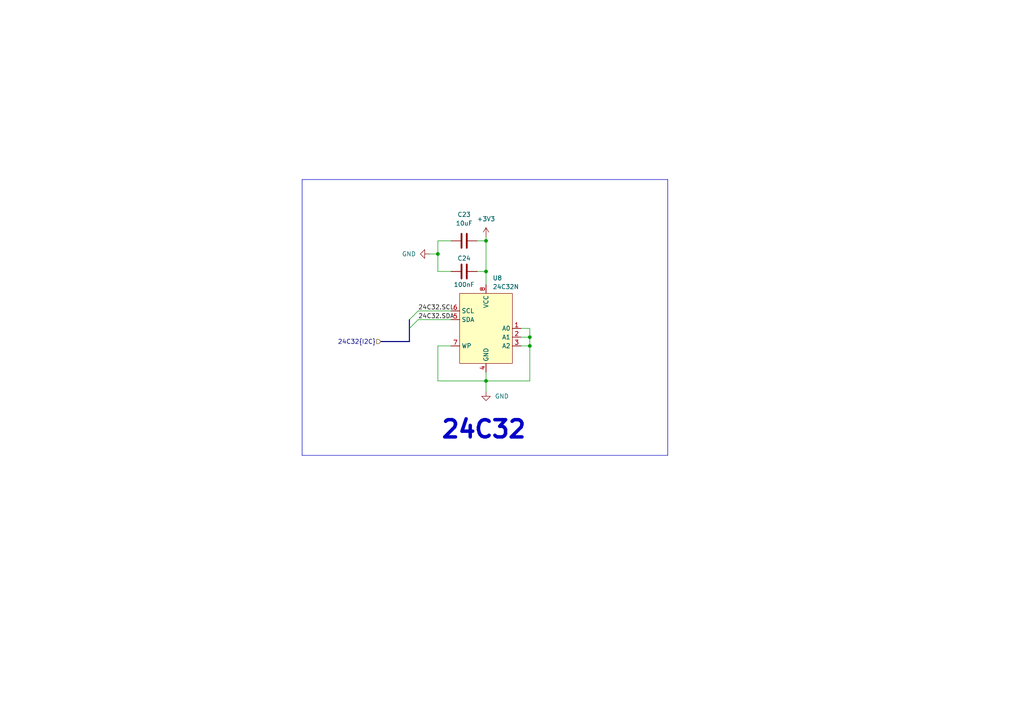
<source format=kicad_sch>
(kicad_sch (version 20230121) (generator eeschema)
  (paper "A4")
  (lib_symbols
    (symbol "Device:C" (pin_numbers hide) (pin_names (offset 0.254))
      (property "Reference" "C" (at 0.635 2.54 0))
      (property "Value" "C" (at 0.635 -2.54 0))
      (symbol "C_0_1"
        (polyline (pts (xy -2.032 -0.762) (xy 2.032 -0.762)) (stroke (width 0.508)))
        (polyline (pts (xy -2.032 0.762) (xy 2.032 0.762)) (stroke (width 0.508)))
      )
      (symbol "C_1_1"
        (pin passive line (at 0 3.81 270) (length 2.794) (name "~") (number "1"))
        (pin passive line (at 0 -3.81 90) (length 2.794) (name "~") (number "2"))
      )
    )
    (symbol "GND_12" (power) (pin_names (offset 0))
      (property "Value" "GND_12" (at 0 -3.81 0))
      (symbol "GND_12_0_1"
        (polyline (pts (xy 0 0) (xy 0 -1.27) (xy 1.27 -1.27) (xy 0 -2.54) (xy -1.27 -1.27) (xy 0 -1.27)))
      )
      (symbol "GND_12_1_1"
        (pin power_in line (at 0 0 270) (length 0) hide (name "GND") (number "1"))
      )
    )
    (symbol "GND_18" (power) (pin_names (offset 0))
      (property "Value" "GND_18" (at 0 -3.81 0))
      (symbol "GND_18_0_1"
        (polyline (pts (xy 0 0) (xy 0 -1.27) (xy 1.27 -1.27) (xy 0 -2.54) (xy -1.27 -1.27) (xy 0 -1.27)))
      )
      (symbol "GND_18_1_1"
        (pin power_in line (at 0 0 270) (length 0) hide (name "GND") (number "1"))
      )
    )
    (symbol "IVS_SYMBOLS:24C32N"
      (property "Reference" "U" (at 2.54 12.7 0))
      (property "Value" "24C32N" (at 1.27 0.635 0))
      (symbol "24C32N_1_1"
        (rectangle (start -7.62 10.16) (end 7.62 -10.16) (fill (type background)))
        (pin input line (at 10.16 0 180) (length 2.54) (name "A0") (number "1"))
        (pin input line (at 10.16 -2.54 180) (length 2.54) (name "A1") (number "2"))
        (pin input line (at 10.16 -5.08 180) (length 2.54) (name "A2") (number "3"))
        (pin power_in line (at 0 -12.7 90) (length 2.54) (name "GND") (number "4"))
        (pin bidirectional line (at -10.16 2.54 0) (length 2.54) (name "SDA") (number "5"))
        (pin input line (at -10.16 5.08 0) (length 2.54) (name "SCL") (number "6"))
        (pin input line (at -10.16 -5.08 0) (length 2.54) (name "WP") (number "7"))
        (pin power_in line (at 0 12.7 270) (length 2.54) (name "VCC") (number "8"))
      )
    )
    (symbol "power:+3V3" (power) (pin_names (offset 0))
      (property "Value" "+3V3" (at 0 3.556 0))
      (symbol "+3V3_0_1"
        (polyline (pts (xy -0.762 1.27) (xy 0 2.54)))
        (polyline (pts (xy 0 0) (xy 0 2.54)))
        (polyline (pts (xy 0 2.54) (xy 0.762 1.27)))
      )
      (symbol "+3V3_1_1"
        (pin power_in line (at 0 0 90) (length 0) hide (name "+3V3") (number "1"))
      )
    )
  )
  (junction (at 140.97 78.74))
  (junction (at 140.97 69.85))
  (junction (at 153.67 100.33))
  (junction (at 127 73.66))
  (junction (at 140.97 110.49))
  (junction (at 153.67 97.79))
  (bus_entry (at 121.285 90.17) (size -2.54 2.54))
  (bus_entry (at 121.285 92.71) (size -2.54 2.54))
  (wire (pts (xy 138.43 78.74) (xy 140.97 78.74)))
  (polyline (pts (xy 87.63 132.08) (xy 193.675 132.08)))
  (polyline (pts (xy 193.675 132.08) (xy 193.675 52.07)))
  (wire (pts (xy 140.97 107.95) (xy 140.97 110.49)))
  (wire (pts (xy 130.81 69.85) (xy 127 69.85)))
  (wire (pts (xy 153.67 95.25) (xy 153.67 97.79)))
  (wire (pts (xy 127 73.66) (xy 127 78.74)))
  (wire (pts (xy 140.97 69.85) (xy 140.97 78.74)))
  (wire (pts (xy 153.67 97.79) (xy 153.67 100.33)))
  (wire (pts (xy 121.285 90.17) (xy 130.81 90.17)))
  (wire (pts (xy 127 78.74) (xy 130.81 78.74)))
  (wire (pts (xy 140.97 110.49) (xy 140.97 113.665)))
  (wire (pts (xy 127 100.33) (xy 127 110.49)))
  (wire (pts (xy 153.67 110.49) (xy 140.97 110.49)))
  (bus (pts (xy 118.745 95.25) (xy 118.745 99.06)))
  (wire (pts (xy 153.67 100.33) (xy 153.67 110.49)))
  (wire (pts (xy 140.97 78.74) (xy 140.97 82.55)))
  (wire (pts (xy 151.13 95.25) (xy 153.67 95.25)))
  (wire (pts (xy 151.13 100.33) (xy 153.67 100.33)))
  (bus (pts (xy 110.49 99.06) (xy 118.745 99.06)))
  (polyline (pts (xy 87.63 52.07) (xy 87.63 132.08)))
  (wire (pts (xy 127 69.85) (xy 127 73.66)))
  (wire (pts (xy 151.13 97.79) (xy 153.67 97.79)))
  (wire (pts (xy 127 110.49) (xy 140.97 110.49)))
  (wire (pts (xy 124.46 73.66) (xy 127 73.66)))
  (polyline (pts (xy 193.675 52.07) (xy 87.63 52.07)))
  (wire (pts (xy 130.81 100.33) (xy 127 100.33)))
  (wire (pts (xy 121.285 92.71) (xy 130.81 92.71)))
  (wire (pts (xy 138.43 69.85) (xy 140.97 69.85)))
  (bus (pts (xy 118.745 92.71) (xy 118.745 95.25)))
  (wire (pts (xy 140.97 68.58) (xy 140.97 69.85)))
  (text "24C32\n" (at 127.635 127.635 0) (effects (font (size 5 5) bold) (justify left bottom)))
  (label "24C32.SDA" (at 121.285 92.71 0))
  (label "24C32.SCL" (at 121.285 90.17 0))
  (hierarchical_label "24C32{I2C}" (shape input) (at 110.49 99.06 180))
  (symbol (lib_id "Device:C") (at 134.62 78.74 90) (unit 1)
    (property "Reference" "C24" (at 134.62 74.93 90))
    (property "Value" "100nF" (at 134.62 82.55 90))
    (property "Footprint" "IVS_FOOTPRINTS:C_0603" (effects hide))
    (instances (project "dongtam" (path "" (reference "C24") (unit 1))) (project "DO_AN_DKTD" (path "" (reference "C21") (unit 1)) (path "" (reference "C21") (unit 1))))
  )
  (symbol (lib_id "IVS_SYMBOLS:24C32N") (at 140.97 95.25 0) (unit 1)
    (property "Reference" "U8" (at 142.875 80.645 0) (effects (justify left)))
    (property "Value" "24C32N" (at 142.875 83.185 0) (effects (justify left)))
    (property "Footprint" "IVS_FOOTPRINTS:SOIC-8_3.9x4.9mm_P1.27mm" (effects hide))
    (property "Datasheet" "https://media.digikey.com/pdf/Data%20Sheets/Atmel%20PDFs/AT24C32,64.pdf" (effects hide))
  )
  (symbol (lib_name "GND_12") (lib_id "power:GND") (at 124.46 73.66 270) (unit 1)
    (property "Reference" "#PWR057" (effects hide))
    (property "Value" "GND" (at 120.65 73.6599 90) (effects (justify right)))
    (instances (project "dongtam" (path "" (reference "#PWR057") (unit 1))) (project "DO_AN_DKTD" (path "" (reference "#PWR039") (unit 1)) (path "" (reference "#PWR039") (unit 1))))
  )
  (symbol (lib_id "power:+3V3") (at 140.97 68.58 0) (unit 1)
    (property "Reference" "#PWR058" (effects hide))
    (property "Value" "+3V3" (at 140.97 63.5 0))
    (instances (project "dongtam" (path "" (reference "#PWR058") (unit 1))) (project "DO_AN_DKTD" (path "" (reference "#PWR040") (unit 1)) (path "" (reference "#PWR040") (unit 1))))
  )
  (symbol (lib_name "GND_18") (lib_id "power:GND") (at 140.97 113.665 0) (unit 1)
    (property "Reference" "#PWR059" (effects hide))
    (property "Value" "GND" (at 143.51 114.9349 0) (effects (justify left)))
    (instances (project "dongtam" (path "" (reference "#PWR059") (unit 1))) (project "DO_AN_DKTD" (path "" (reference "#PWR046") (unit 1)) (path "" (reference "#PWR046") (unit 1))))
  )
  (symbol (lib_id "Device:C") (at 134.62 69.85 90) (unit 1)
    (property "Reference" "C23" (at 134.62 62.23 90))
    (property "Value" "10uF" (at 134.62 64.77 90))
    (property "Footprint" "IVS_FOOTPRINTS:C_0603" (effects hide))
    (instances (project "dongtam" (path "" (reference "C23") (unit 1))) (project "DO_AN_DKTD" (path "" (reference "C20") (unit 1)) (path "" (reference "C20") (unit 1))))
  )
)
</source>
